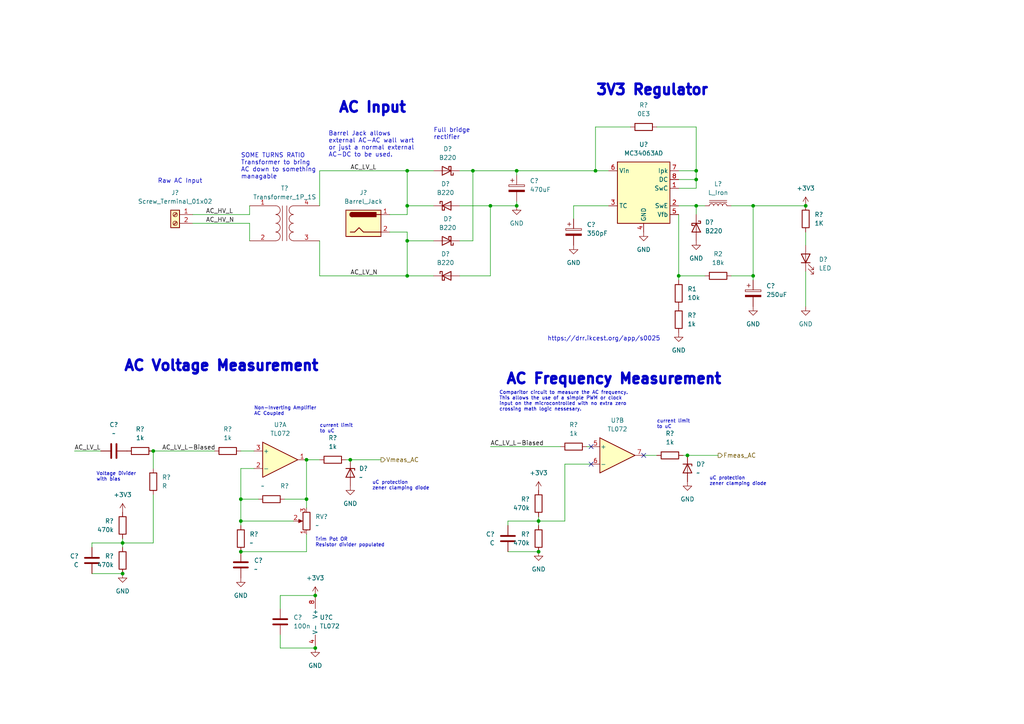
<source format=kicad_sch>
(kicad_sch (version 20211123) (generator eeschema)
  (paper "A4")
  (title_block (title "Awesome Bestest Energy Monitor") (rev "1.0"))
  (lib_symbols
    (symbol "Amplifier_Operational:TL072" (pin_names (offset 0.127))
      (property "Reference" "U" (at 0 5.08 0))
      (property "Value" "TL072" (at 0 -5.08 0))
      (symbol "TL072_1_1"
        (polyline (pts (xy -5.08 5.08) (xy 5.08 0) (xy -5.08 -5.08) (xy -5.08 5.08)) (stroke (width 0.254)) (fill (type background)))
        (pin output line (at 7.62 0 180) (length 2.54) (name "~") (number "1"))
        (pin input line (at -7.62 -2.54 0) (length 2.54) (name "-") (number "2"))
        (pin input line (at -7.62 2.54 0) (length 2.54) (name "+") (number "3"))
      )
      (symbol "TL072_2_1"
        (polyline (pts (xy -5.08 5.08) (xy 5.08 0) (xy -5.08 -5.08) (xy -5.08 5.08)) (stroke (width 0.254)) (fill (type background)))
        (pin input line (at -7.62 2.54 0) (length 2.54) (name "+") (number "5"))
        (pin input line (at -7.62 -2.54 0) (length 2.54) (name "-") (number "6"))
        (pin output line (at 7.62 0 180) (length 2.54) (name "~") (number "7"))
      )
      (symbol "TL072_3_1"
        (pin power_in line (at -2.54 -7.62 90) (length 3.81) (name "V-") (number "4"))
        (pin power_in line (at -2.54 7.62 270) (length 3.81) (name "V+") (number "8"))
      )
    )
    (symbol "Connector:Barrel_Jack" (pin_names (offset 1.016))
      (property "Reference" "J" (at 0 5.334 0))
      (property "Value" "Barrel_Jack" (at 0 -5.08 0))
      (symbol "Barrel_Jack_0_1"
        (rectangle (start -5.08 3.81) (end 5.08 -3.81) (stroke (width 0.254)) (fill (type background)))
        (arc (start -3.302 3.175) (mid -3.937 2.54) (end -3.302 1.905) (stroke (width 0.254)))
        (arc (start -3.302 3.175) (mid -3.937 2.54) (end -3.302 1.905) (stroke (width 0.254)) (fill (type outline)))
        (polyline (pts (xy 5.08 2.54) (xy 3.81 2.54)) (stroke (width 0.254)))
        (polyline (pts (xy -3.81 -2.54) (xy -2.54 -2.54) (xy -1.27 -1.27) (xy 0 -2.54) (xy 2.54 -2.54) (xy 5.08 -2.54)) (stroke (width 0.254)))
        (rectangle (start 3.683 3.175) (end -3.302 1.905) (stroke (width 0.254)) (fill (type outline)))
      )
      (symbol "Barrel_Jack_1_1"
        (pin passive line (at 7.62 2.54 180) (length 2.54) (name "~") (number "1"))
        (pin passive line (at 7.62 -2.54 180) (length 2.54) (name "~") (number "2"))
      )
    )
    (symbol "Connector:Screw_Terminal_01x02" (pin_names (offset 1.016) hide)
      (property "Reference" "J" (at 0 2.54 0))
      (property "Value" "Screw_Terminal_01x02" (at 0 -5.08 0))
      (symbol "Screw_Terminal_01x02_1_1"
        (rectangle (start -1.27 1.27) (end 1.27 -3.81) (stroke (width 0.254)) (fill (type background)))
        (circle (center 0 -2.54) (radius 0.635) (stroke (width 0.1524)))
        (polyline (pts (xy -0.5334 -2.2098) (xy 0.3302 -3.048)) (stroke (width 0.1524)))
        (polyline (pts (xy -0.5334 0.3302) (xy 0.3302 -0.508)) (stroke (width 0.1524)))
        (polyline (pts (xy -0.3556 -2.032) (xy 0.508 -2.8702)) (stroke (width 0.1524)))
        (polyline (pts (xy -0.3556 0.508) (xy 0.508 -0.3302)) (stroke (width 0.1524)))
        (circle (center 0 0) (radius 0.635) (stroke (width 0.1524)))
        (pin passive line (at -5.08 0 0) (length 3.81) (name "Pin_1") (number "1"))
        (pin passive line (at -5.08 -2.54 0) (length 3.81) (name "Pin_2") (number "2"))
      )
    )
    (symbol "Device:C" (pin_numbers hide) (pin_names (offset 0.254))
      (property "Reference" "C" (at 0.635 2.54 0))
      (property "Value" "C" (at 0.635 -2.54 0))
      (symbol "C_0_1"
        (polyline (pts (xy -2.032 -0.762) (xy 2.032 -0.762)) (stroke (width 0.508)))
        (polyline (pts (xy -2.032 0.762) (xy 2.032 0.762)) (stroke (width 0.508)))
      )
      (symbol "C_1_1"
        (pin passive line (at 0 3.81 270) (length 2.794) (name "~") (number "1"))
        (pin passive line (at 0 -3.81 90) (length 2.794) (name "~") (number "2"))
      )
    )
    (symbol "Device:C_Polarized" (pin_numbers hide) (pin_names (offset 0.254))
      (property "Reference" "C" (at 0.635 2.54 0))
      (property "Value" "C_Polarized" (at 0.635 -2.54 0))
      (symbol "C_Polarized_0_1"
        (rectangle (start -2.286 0.508) (end 2.286 1.016))
        (polyline (pts (xy -1.778 2.286) (xy -0.762 2.286)))
        (polyline (pts (xy -1.27 2.794) (xy -1.27 1.778)))
        (rectangle (start 2.286 -0.508) (end -2.286 -1.016) (fill (type outline)))
      )
      (symbol "C_Polarized_1_1"
        (pin passive line (at 0 3.81 270) (length 2.794) (name "~") (number "1"))
        (pin passive line (at 0 -3.81 90) (length 2.794) (name "~") (number "2"))
      )
    )
    (symbol "Device:D_Zener" (pin_numbers hide) (pin_names (offset 1.016) hide)
      (property "Reference" "D" (at 0 2.54 0))
      (property "Value" "D_Zener" (at 0 -2.54 0))
      (symbol "D_Zener_0_1"
        (polyline (pts (xy 1.27 0) (xy -1.27 0)))
        (polyline (pts (xy -1.27 -1.27) (xy -1.27 1.27) (xy -0.762 1.27)) (stroke (width 0.254)))
        (polyline (pts (xy 1.27 -1.27) (xy 1.27 1.27) (xy -1.27 0) (xy 1.27 -1.27)) (stroke (width 0.254)))
      )
      (symbol "D_Zener_1_1"
        (pin passive line (at -3.81 0 0) (length 2.54) (name "K") (number "1"))
        (pin passive line (at 3.81 0 180) (length 2.54) (name "A") (number "2"))
      )
    )
    (symbol "Device:LED" (pin_numbers hide) (pin_names (offset 1.016) hide)
      (property "Reference" "D" (at 0 2.54 0))
      (property "Value" "LED" (at 0 -2.54 0))
      (symbol "LED_0_1"
        (polyline (pts (xy -1.27 -1.27) (xy -1.27 1.27)) (stroke (width 0.254)))
        (polyline (pts (xy -1.27 0) (xy 1.27 0)))
        (polyline (pts (xy 1.27 -1.27) (xy 1.27 1.27) (xy -1.27 0) (xy 1.27 -1.27)) (stroke (width 0.254)))
        (polyline (pts (xy -3.048 -0.762) (xy -4.572 -2.286) (xy -3.81 -2.286) (xy -4.572 -2.286) (xy -4.572 -1.524)))
        (polyline (pts (xy -1.778 -0.762) (xy -3.302 -2.286) (xy -2.54 -2.286) (xy -3.302 -2.286) (xy -3.302 -1.524)))
      )
      (symbol "LED_1_1"
        (pin passive line (at -3.81 0 0) (length 2.54) (name "K") (number "1"))
        (pin passive line (at 3.81 0 180) (length 2.54) (name "A") (number "2"))
      )
    )
    (symbol "Device:L_Iron" (pin_numbers hide) (pin_names (offset 1.016) hide)
      (property "Reference" "L" (at -1.27 0 90))
      (property "Value" "L_Iron" (at 2.794 0 90))
      (symbol "L_Iron_0_1"
        (arc (start 0 -2.54) (mid 0.635 -1.905) (end 0 -1.27))
        (arc (start 0 -1.27) (mid 0.635 -0.635) (end 0 0))
        (polyline (pts (xy 1.016 2.54) (xy 1.016 -2.54)))
        (polyline (pts (xy 1.524 -2.54) (xy 1.524 2.54)))
        (arc (start 0 0) (mid 0.635 0.635) (end 0 1.27))
        (arc (start 0 1.27) (mid 0.635 1.905) (end 0 2.54))
      )
      (symbol "L_Iron_1_1"
        (pin passive line (at 0 3.81 270) (length 1.27) (name "1") (number "1"))
        (pin passive line (at 0 -3.81 90) (length 1.27) (name "2") (number "2"))
      )
    )
    (symbol "Device:R" (pin_numbers hide) (pin_names (offset 0))
      (property "Reference" "R" (at 2.032 0 90))
      (property "Value" "R" (at 0 0 90))
      (symbol "R_0_1"
        (rectangle (start -1.016 -2.54) (end 1.016 2.54) (stroke (width 0.254)))
      )
      (symbol "R_1_1"
        (pin passive line (at 0 3.81 270) (length 1.27) (name "~") (number "1"))
        (pin passive line (at 0 -3.81 90) (length 1.27) (name "~") (number "2"))
      )
    )
    (symbol "Device:R_Potentiometer" (pin_names (offset 1.016) hide)
      (property "Reference" "RV" (at -4.445 0 90))
      (property "Value" "R_Potentiometer" (at -2.54 0 90))
      (symbol "R_Potentiometer_0_1"
        (polyline (pts (xy 2.54 0) (xy 1.524 0)))
        (polyline (pts (xy 1.143 0) (xy 2.286 0.508) (xy 2.286 -0.508) (xy 1.143 0)) (fill (type outline)))
        (rectangle (start 1.016 2.54) (end -1.016 -2.54) (stroke (width 0.254)))
      )
      (symbol "R_Potentiometer_1_1"
        (pin passive line (at 0 3.81 270) (length 1.27) (name "1") (number "1"))
        (pin passive line (at 3.81 0 180) (length 1.27) (name "2") (number "2"))
        (pin passive line (at 0 -3.81 90) (length 1.27) (name "3") (number "3"))
      )
    )
    (symbol "Device:Transformer_1P_1S" (pin_names (offset 1.016) hide)
      (property "Reference" "T" (at 0 6.35 0))
      (property "Value" "Transformer_1P_1S" (at 0 -7.62 0))
      (symbol "Transformer_1P_1S_0_1"
        (arc (start -2.54 -5.0546) (mid -1.6599 -4.6901) (end -1.27 -3.81))
        (arc (start -2.54 -2.5146) (mid -1.6599 -2.1501) (end -1.27 -1.27))
        (arc (start -2.54 0.0254) (mid -1.6599 0.3899) (end -1.27 1.27))
        (arc (start -2.54 2.5654) (mid -1.6599 2.9299) (end -1.27 3.81))
        (arc (start -1.27 -3.81) (mid -1.642 -2.912) (end -2.54 -2.54))
        (arc (start -1.27 -1.27) (mid -1.642 -0.372) (end -2.54 0))
        (arc (start -1.27 1.27) (mid -1.642 2.168) (end -2.54 2.54))
        (arc (start -1.27 3.81) (mid -1.642 4.708) (end -2.54 5.08))
        (polyline (pts (xy -0.635 5.08) (xy -0.635 -5.08)))
        (polyline (pts (xy 0.635 -5.08) (xy 0.635 5.08)))
        (arc (start 1.2954 -1.27) (mid 1.6599 -2.1501) (end 2.54 -2.5146))
        (arc (start 1.2954 1.27) (mid 1.6599 0.3899) (end 2.54 0.0254))
        (arc (start 1.2954 3.81) (mid 1.6599 2.9299) (end 2.54 2.5654))
        (arc (start 1.3208 -3.81) (mid 1.6853 -4.6901) (end 2.5654 -5.0546))
        (arc (start 2.54 0) (mid 1.642 -0.372) (end 1.2954 -1.27))
        (arc (start 2.54 2.54) (mid 1.642 2.168) (end 1.2954 1.27))
        (arc (start 2.54 5.08) (mid 1.642 4.708) (end 1.2954 3.81))
        (arc (start 2.5654 -2.54) (mid 1.6674 -2.912) (end 1.3208 -3.81))
      )
      (symbol "Transformer_1P_1S_1_1"
        (pin passive line (at -10.16 5.08 0) (length 7.62) (name "AA") (number "1"))
        (pin passive line (at -10.16 -5.08 0) (length 7.62) (name "AB") (number "2"))
        (pin passive line (at 10.16 -5.08 180) (length 7.62) (name "SA") (number "3"))
        (pin passive line (at 10.16 5.08 180) (length 7.62) (name "SB") (number "4"))
      )
    )
    (symbol "Diode:B220" (pin_numbers hide) (pin_names (offset 1.016) hide)
      (property "Reference" "D" (at 0 2.54 0))
      (property "Value" "B220" (at 0 -2.54 0))
      (symbol "B220_0_1"
        (polyline (pts (xy 1.27 0) (xy -1.27 0)))
        (polyline (pts (xy 1.27 1.27) (xy 1.27 -1.27) (xy -1.27 0) (xy 1.27 1.27)) (stroke (width 0.254)))
        (polyline (pts (xy -1.905 0.635) (xy -1.905 1.27) (xy -1.27 1.27) (xy -1.27 -1.27) (xy -0.635 -1.27) (xy -0.635 -0.635)) (stroke (width 0.254)))
      )
      (symbol "B220_1_1"
        (pin passive line (at -3.81 0 0) (length 2.54) (name "K") (number "1"))
        (pin passive line (at 3.81 0 180) (length 2.54) (name "A") (number "2"))
      )
    )
    (symbol "Regulator_Switching:MC34063AD"
      (property "Reference" "U" (at -7.62 8.89 0))
      (property "Value" "MC34063AD" (at 0 8.89 0))
      (symbol "MC34063AD_0_1"
        (rectangle (start -7.62 7.62) (end 7.62 -10.16) (stroke (width 0.254)) (fill (type background)))
      )
      (symbol "MC34063AD_1_1"
        (pin open_collector line (at 10.16 0 180) (length 2.54) (name "SwC") (number "1"))
        (pin open_emitter line (at 10.16 -5.08 180) (length 2.54) (name "SwE") (number "2"))
        (pin passive line (at -10.16 -5.08 0) (length 2.54) (name "TC") (number "3"))
        (pin power_in line (at 0 -12.7 90) (length 2.54) (name "GND") (number "4"))
        (pin input line (at 10.16 -7.62 180) (length 2.54) (name "Vfb") (number "5"))
        (pin power_in line (at -10.16 5.08 0) (length 2.54) (name "Vin") (number "6"))
        (pin input line (at 10.16 5.08 180) (length 2.54) (name "Ipk") (number "7"))
        (pin open_collector line (at 10.16 2.54 180) (length 2.54) (name "DC") (number "8"))
      )
    )
    (symbol "power:+3V3" (power) (pin_names (offset 0))
      (property "Value" "+3V3" (at 0 3.556 0))
      (symbol "+3V3_0_1"
        (polyline (pts (xy -0.762 1.27) (xy 0 2.54)))
        (polyline (pts (xy 0 0) (xy 0 2.54)))
        (polyline (pts (xy 0 2.54) (xy 0.762 1.27)))
      )
      (symbol "+3V3_1_1"
        (pin power_in line (at 0 0 90) (length 0) hide (name "+3V3") (number "1"))
      )
    )
    (symbol "power:GND" (power) (pin_names (offset 0))
      (property "Value" "GND" (at 0 -3.81 0))
      (symbol "GND_0_1"
        (polyline (pts (xy 0 0) (xy 0 -1.27) (xy 1.27 -1.27) (xy 0 -2.54) (xy -1.27 -1.27) (xy 0 -1.27)))
      )
      (symbol "GND_1_1"
        (pin power_in line (at 0 0 270) (length 0) hide (name "GND") (number "1"))
      )
    )
  )
  (junction (at 149.86 59.69))
  (junction (at 91.44 187.96))
  (junction (at 118.11 69.85))
  (junction (at 69.85 151.13))
  (junction (at 142.24 59.69))
  (junction (at 69.85 160.02))
  (junction (at 149.86 49.53))
  (junction (at 88.9 144.78))
  (junction (at 44.45 130.81))
  (junction (at 201.93 52.07))
  (junction (at 118.11 59.69))
  (junction (at 201.93 59.69))
  (junction (at 137.16 49.53))
  (junction (at 118.11 80.01))
  (junction (at 156.21 160.02))
  (junction (at 69.85 144.78))
  (junction (at 91.44 172.72))
  (junction (at 172.72 49.53))
  (junction (at 118.11 49.53))
  (junction (at 101.6 133.35))
  (junction (at 35.56 157.48))
  (junction (at 218.44 80.01))
  (junction (at 233.68 59.69))
  (junction (at 88.9 133.35))
  (junction (at 156.21 151.13))
  (junction (at 218.44 59.69))
  (junction (at 199.39 132.08))
  (junction (at 196.85 80.01))
  (junction (at 35.56 166.37))
  (junction (at 201.93 49.53))
  (no_connect (at 186.69 132.08))
  (no_connect (at 171.45 134.62))
  (no_connect (at 171.45 129.54))
  (wire (pts (xy 69.85 151.13) (xy 69.85 152.4)))
  (wire (pts (xy 172.72 49.53) (xy 176.53 49.53)))
  (wire (pts (xy 163.83 134.62) (xy 163.83 151.13)))
  (wire (pts (xy 26.67 157.48) (xy 26.67 158.75)))
  (wire (pts (xy 201.93 62.23) (xy 201.93 59.69)))
  (wire (pts (xy 118.11 59.69) (xy 118.11 49.53)))
  (wire (pts (xy 133.35 69.85) (xy 137.16 69.85)))
  (wire (pts (xy 21.59 130.81) (xy 29.21 130.81)))
  (wire (pts (xy 118.11 59.69) (xy 125.73 59.69)))
  (wire (pts (xy 156.21 151.13) (xy 156.21 152.4)))
  (wire (pts (xy 233.68 67.31) (xy 233.68 71.12)))
  (wire (pts (xy 118.11 80.01) (xy 118.11 69.85)))
  (wire (pts (xy 196.85 52.07) (xy 201.93 52.07)))
  (wire (pts (xy 212.09 80.01) (xy 218.44 80.01)))
  (wire (pts (xy 171.45 134.62) (xy 163.83 134.62)))
  (wire (pts (xy 100.33 133.35) (xy 101.6 133.35)))
  (wire (pts (xy 88.9 133.35) (xy 92.71 133.35)))
  (wire (pts (xy 137.16 49.53) (xy 133.35 49.53)))
  (wire (pts (xy 118.11 67.31) (xy 118.11 69.85)))
  (wire (pts (xy 137.16 69.85) (xy 137.16 49.53)))
  (wire (pts (xy 88.9 144.78) (xy 88.9 133.35)))
  (wire (pts (xy 118.11 80.01) (xy 92.71 80.01)))
  (wire (pts (xy 166.37 63.5) (xy 166.37 59.69)))
  (wire (pts (xy 156.21 160.02) (xy 147.32 160.02)))
  (wire (pts (xy 142.24 59.69) (xy 149.86 59.69)))
  (wire (pts (xy 156.21 151.13) (xy 147.32 151.13)))
  (wire (pts (xy 201.93 36.83) (xy 190.5 36.83)))
  (wire (pts (xy 69.85 151.13) (xy 85.09 151.13)))
  (wire (pts (xy 233.68 78.74) (xy 233.68 88.9)))
  (wire (pts (xy 81.28 187.96) (xy 91.44 187.96)))
  (wire (pts (xy 69.85 160.02) (xy 88.9 160.02)))
  (wire (pts (xy 196.85 59.69) (xy 201.93 59.69)))
  (wire (pts (xy 196.85 54.61) (xy 201.93 54.61)))
  (wire (pts (xy 201.93 54.61) (xy 201.93 52.07)))
  (wire (pts (xy 142.24 129.54) (xy 162.56 129.54)))
  (wire (pts (xy 218.44 80.01) (xy 218.44 81.28)))
  (wire (pts (xy 196.85 62.23) (xy 196.85 80.01)))
  (wire (pts (xy 149.86 49.53) (xy 149.86 50.8)))
  (wire (pts (xy 218.44 59.69) (xy 233.68 59.69)))
  (wire (pts (xy 149.86 58.42) (xy 149.86 59.69)))
  (wire (pts (xy 82.55 144.78) (xy 88.9 144.78)))
  (wire (pts (xy 92.71 59.69) (xy 92.71 49.53)))
  (wire (pts (xy 163.83 151.13) (xy 156.21 151.13)))
  (wire (pts (xy 35.56 157.48) (xy 26.67 157.48)))
  (wire (pts (xy 69.85 144.78) (xy 74.93 144.78)))
  (wire (pts (xy 88.9 154.94) (xy 88.9 160.02)))
  (wire (pts (xy 156.21 149.86) (xy 156.21 151.13)))
  (wire (pts (xy 101.6 133.35) (xy 110.49 133.35)))
  (wire (pts (xy 44.45 130.81) (xy 44.45 135.89)))
  (wire (pts (xy 199.39 132.08) (xy 208.28 132.08)))
  (wire (pts (xy 72.39 62.23) (xy 72.39 59.69)))
  (wire (pts (xy 142.24 80.01) (xy 133.35 80.01)))
  (wire (pts (xy 72.39 64.77) (xy 72.39 69.85)))
  (wire (pts (xy 147.32 151.13) (xy 147.32 152.4)))
  (wire (pts (xy 118.11 49.53) (xy 125.73 49.53)))
  (wire (pts (xy 35.56 166.37) (xy 26.67 166.37)))
  (wire (pts (xy 81.28 172.72) (xy 91.44 172.72)))
  (wire (pts (xy 44.45 130.81) (xy 62.23 130.81)))
  (wire (pts (xy 196.85 80.01) (xy 196.85 81.28)))
  (wire (pts (xy 92.71 80.01) (xy 92.71 69.85)))
  (wire (pts (xy 35.56 156.21) (xy 35.56 157.48)))
  (wire (pts (xy 149.86 49.53) (xy 172.72 49.53)))
  (wire (pts (xy 113.03 62.23) (xy 118.11 62.23)))
  (wire (pts (xy 172.72 36.83) (xy 172.72 49.53)))
  (wire (pts (xy 81.28 184.15) (xy 81.28 187.96)))
  (wire (pts (xy 125.73 80.01) (xy 118.11 80.01)))
  (wire (pts (xy 212.09 59.69) (xy 218.44 59.69)))
  (wire (pts (xy 69.85 135.89) (xy 73.66 135.89)))
  (wire (pts (xy 55.88 64.77) (xy 72.39 64.77)))
  (wire (pts (xy 182.88 36.83) (xy 172.72 36.83)))
  (wire (pts (xy 201.93 49.53) (xy 201.93 36.83)))
  (wire (pts (xy 69.85 130.81) (xy 73.66 130.81)))
  (wire (pts (xy 137.16 49.53) (xy 149.86 49.53)))
  (wire (pts (xy 81.28 176.53) (xy 81.28 172.72)))
  (wire (pts (xy 196.85 80.01) (xy 204.47 80.01)))
  (wire (pts (xy 113.03 67.31) (xy 118.11 67.31)))
  (wire (pts (xy 198.12 132.08) (xy 199.39 132.08)))
  (wire (pts (xy 69.85 144.78) (xy 69.85 135.89)))
  (wire (pts (xy 69.85 144.78) (xy 69.85 151.13)))
  (wire (pts (xy 118.11 62.23) (xy 118.11 59.69)))
  (wire (pts (xy 133.35 59.69) (xy 142.24 59.69)))
  (wire (pts (xy 92.71 49.53) (xy 118.11 49.53)))
  (wire (pts (xy 35.56 157.48) (xy 35.56 158.75)))
  (wire (pts (xy 142.24 59.69) (xy 142.24 80.01)))
  (wire (pts (xy 44.45 143.51) (xy 44.45 157.48)))
  (wire (pts (xy 170.18 129.54) (xy 171.45 129.54)))
  (wire (pts (xy 218.44 59.69) (xy 218.44 80.01)))
  (wire (pts (xy 118.11 69.85) (xy 125.73 69.85)))
  (wire (pts (xy 55.88 62.23) (xy 72.39 62.23)))
  (wire (pts (xy 35.56 157.48) (xy 44.45 157.48)))
  (wire (pts (xy 88.9 147.32) (xy 88.9 144.78)))
  (wire (pts (xy 166.37 59.69) (xy 176.53 59.69)))
  (wire (pts (xy 201.93 59.69) (xy 204.47 59.69)))
  (wire (pts (xy 186.69 132.08) (xy 190.5 132.08)))
  (wire (pts (xy 196.85 49.53) (xy 201.93 49.53)))
  (wire (pts (xy 201.93 49.53) (xy 201.93 52.07)))
  (text "uC protection\nzener clamping diode" (at 205.74 140.97 0) (effects (font (size 1 1)) (justify left bottom)))
  (text "uC protection\nzener clamping diode" (at 107.95 142.24 0) (effects (font (size 1 1)) (justify left bottom)))
  (text "Full bridge \nrectifier" (at 125.73 40.64 0) (effects (font (size 1.27 1.27)) (justify left bottom)))
  (text "Comparitor circuit to measure the AC frequency.\nThis allows the use of a simple PWM or clock \ninput on the microcontrolled with no extra zero \ncrossing math logic nessesary." (at 144.78 119.38 0) (effects (font (size 1 1)) (justify left bottom)))
  (text "Raw AC Input" (at 45.72 53.34 0) (effects (font (size 1.27 1.27)) (justify left bottom)))
  (text "current limit\nto uC" (at 92.71 125.73 0) (effects (font (size 1 1)) (justify left bottom)))
  (text "Trim Pot OR \nResistor divider populated" (at 91.44 158.75 0) (effects (font (size 1 1)) (justify left bottom)))
  (text "Non-Inverting Amplifier\nAC Coupled" (at 73.66 120.65 0) (effects (font (size 1 1)) (justify left bottom)))
  (text "Barrel Jack allows\nexternal AC-AC wall wart\nor just a normal external\nAC-DC to be used." (at 95.25 45.72 0) (effects (font (size 1.27 1.27)) (justify left bottom)))
  (text "Voltage Divider\nwith bias" (at 27.94 139.7 0) (effects (font (size 1 1)) (justify left bottom)))
  (text "SOME TURNS RATIO \nTransformer to bring \nAC down to something \nmanagable" (at 69.85 52.07 0) (effects (font (size 1.27 1.27)) (justify left bottom)))
  (text "AC Frequency Measurement" (at 209.55 111.76 180) (effects (font (size 3 3) (thickness 1) bold) (justify right bottom)))
  (text "current limit\nto uC" (at 190.5 124.46 0) (effects (font (size 1 1)) (justify left bottom)))
  (text "AC Voltage Measurement" (at 92.71 107.95 180) (effects (font (size 3 3) (thickness 1) bold) (justify right bottom)))
  (text "AC Input" (at 118.11 33.02 180) (effects (font (size 3 3) (thickness 1) bold) (justify right bottom)))
  (text "https://drr.ikcest.org/app/s0025" (at 158.75 99.06 0) (effects (font (size 1.27 1.27)) (justify left bottom)))
  (text "3V3 Regulator" (at 205.74 27.94 180) (effects (font (size 3 3) (thickness 1) bold) (justify right bottom)))
  (label "AC_LV_L-Biased" (at 46.99 130.81 0))
  (label "AC_LV_N" (at 101.6 80.01 0))
  (label "AC_LV_L-Biased" (at 142.24 129.54 0))
  (label "AC_LV_L" (at 101.6 49.53 0))
  (label "AC_HV_N" (at 59.69 64.77 0))
  (label "AC_LV_L" (at 21.59 130.81 0))
  (label "AC_HV_L" (at 59.69 62.23 0))
  (hierarchical_label "Fmeas_AC" (shape output) (at 208.28 132.08 0))
  (hierarchical_label "Vmeas_AC" (shape output) (at 110.49 133.35 0))
  (symbol (lib_id "Amplifier_Operational:TL072") (at 93.98 180.34 0) (unit 3)
    (property "Reference" "U?" (at 92.71 179.0699 0) (effects (justify left)))
    (property "Value" "TL072" (at 92.71 181.6099 0) (effects (justify left)))
    (property "Datasheet" "http://www.ti.com/lit/ds/symlink/tl071.pdf" (effects hide))
  )
  (symbol (lib_id "Device:D_Zener") (at 101.6 137.16 270) (unit 1)
    (property "Reference" "D?" (at 104.14 135.8899 90) (effects (justify left)))
    (property "Value" "~" (at 104.14 138.4299 90) (effects (justify left)))
  )
  (symbol (lib_id "power:GND") (at 186.69 67.31 0) (unit 1)
    (property "Reference" "#PWR?" (effects hide))
    (property "Value" "GND" (at 186.69 72.39 0))
  )
  (symbol (lib_id "Device:R") (at 156.21 156.21 0) (mirror y) (unit 1)
    (property "Reference" "R?" (at 153.67 154.9399 0) (effects (justify left)))
    (property "Value" "470k" (at 153.67 157.4799 0) (effects (justify left)))
    (property "Footprint" "Resistor_SMD:R_0603_1608Metric_Pad0.98x0.95mm_HandSolder" (effects hide))
  )
  (symbol (lib_id "Device:R") (at 233.68 63.5 0) (unit 1)
    (property "Reference" "R?" (at 236.22 62.2299 0) (effects (justify left)))
    (property "Value" "1K" (at 236.22 64.7699 0) (effects (justify left)))
    (property "Footprint" "Resistor_SMD:R_0603_1608Metric_Pad0.98x0.95mm_HandSolder" (effects hide))
  )
  (symbol (lib_id "Device:R") (at 166.37 129.54 90) (unit 1)
    (property "Reference" "R?" (at 166.37 123.19 90))
    (property "Value" "1k" (at 166.37 125.73 90))
    (property "Footprint" "Resistor_SMD:R_0603_1608Metric_Pad0.98x0.95mm_HandSolder" (effects hide))
  )
  (symbol (lib_id "power:GND") (at 35.56 166.37 0) (mirror y) (unit 1)
    (property "Reference" "#PWR?" (effects hide))
    (property "Value" "GND" (at 35.56 171.45 0))
  )
  (symbol (lib_id "Device:C") (at 33.02 130.81 90) (unit 1)
    (property "Reference" "C?" (at 33.02 123.19 90))
    (property "Value" "~" (at 33.02 125.73 90))
    (property "Footprint" "Capacitor_SMD:C_0603_1608Metric_Pad1.08x0.95mm_HandSolder" (effects hide))
  )
  (symbol (lib_id "power:+3V3") (at 91.44 172.72 0) (unit 1)
    (property "Reference" "#PWR?" (effects hide))
    (property "Value" "+3V3" (at 91.44 167.64 0))
  )
  (symbol (lib_id "Diode:B220") (at 129.54 80.01 0) (unit 1)
    (property "Reference" "D?" (at 129.2225 73.66 0))
    (property "Value" "B220" (at 129.2225 76.2 0))
    (property "Footprint" "Diode_SMD:D_SMB" (effects hide))
    (property "Datasheet" "http://www.jameco.com/Jameco/Products/ProdDS/1538777.pdf" (effects hide))
  )
  (symbol (lib_id "power:GND") (at 166.37 71.12 0) (unit 1)
    (property "Reference" "#PWR?" (effects hide))
    (property "Value" "GND" (at 166.37 76.2 0))
  )
  (symbol (lib_id "Device:Transformer_1P_1S") (at 82.55 64.77 0) (unit 1)
    (property "Reference" "T?" (at 82.5627 54.61 0))
    (property "Value" "Transformer_1P_1S" (at 82.5627 57.15 0))
  )
  (symbol (lib_id "Amplifier_Operational:TL072") (at 179.07 132.08 0) (unit 2)
    (property "Reference" "U?" (at 179.07 121.92 0))
    (property "Value" "TL072" (at 179.07 124.46 0))
    (property "Datasheet" "http://www.ti.com/lit/ds/symlink/tl071.pdf" (effects hide))
  )
  (symbol (lib_id "power:GND") (at 201.93 69.85 0) (unit 1)
    (property "Reference" "#PWR?" (effects hide))
    (property "Value" "GND" (at 201.93 74.93 0))
  )
  (symbol (lib_id "Device:D_Zener") (at 199.39 135.89 270) (unit 1)
    (property "Reference" "D?" (at 201.93 134.6199 90) (effects (justify left)))
    (property "Value" "~" (at 201.93 137.1599 90) (effects (justify left)))
  )
  (symbol (lib_id "Diode:B220") (at 129.54 59.69 0) (unit 1)
    (property "Reference" "D?" (at 129.2225 53.34 0))
    (property "Value" "B220" (at 129.2225 55.88 0))
    (property "Footprint" "Diode_SMD:D_SMB" (effects hide))
    (property "Datasheet" "http://www.jameco.com/Jameco/Products/ProdDS/1538777.pdf" (effects hide))
  )
  (symbol (lib_id "power:GND") (at 91.44 187.96 0) (unit 1)
    (property "Reference" "#PWR?" (effects hide))
    (property "Value" "GND" (at 91.44 193.04 0))
  )
  (symbol (lib_id "Connector:Screw_Terminal_01x02") (at 50.8 62.23 0) (mirror y) (unit 1)
    (property "Reference" "J?" (at 50.8 55.88 0))
    (property "Value" "Screw_Terminal_01x02" (at 50.8 58.42 0))
    (property "Footprint" "Connector_BarrelJack:BarrelJack_SwitchcraftConxall_RAPC10U_Horizontal" (effects hide))
  )
  (symbol (lib_id "power:GND") (at 196.85 96.52 0) (unit 1)
    (property "Reference" "#PWR?" (effects hide))
    (property "Value" "GND" (at 196.85 101.6 0))
  )
  (symbol (lib_id "Amplifier_Operational:TL072") (at 81.28 133.35 0) (unit 1)
    (property "Reference" "U?" (at 81.28 123.19 0))
    (property "Value" "TL072" (at 81.28 125.73 0))
    (property "Datasheet" "http://www.ti.com/lit/ds/symlink/tl071.pdf" (effects hide))
  )
  (symbol (lib_id "Device:R") (at 66.04 130.81 90) (unit 1)
    (property "Reference" "R?" (at 66.04 124.46 90))
    (property "Value" "1k" (at 66.04 127 90))
    (property "Footprint" "Resistor_SMD:R_0603_1608Metric_Pad0.98x0.95mm_HandSolder" (effects hide))
  )
  (symbol (lib_id "Device:C_Polarized") (at 218.44 85.09 0) (unit 1)
    (property "Reference" "C?" (at 222.25 82.9309 0) (effects (justify left)))
    (property "Value" "250uF" (at 222.25 85.4709 0) (effects (justify left)))
  )
  (symbol (lib_id "Device:LED") (at 233.68 74.93 90) (unit 1)
    (property "Reference" "D?" (at 237.49 75.2474 90) (effects (justify right)))
    (property "Value" "LED" (at 237.49 77.7874 90) (effects (justify right)))
    (property "Footprint" "LED_SMD:LED_0603_1608Metric_Pad1.05x0.95mm_HandSolder" (effects hide))
  )
  (symbol (lib_id "power:+3V3") (at 35.56 148.59 0) (mirror y) (unit 1)
    (property "Reference" "#PWR?" (effects hide))
    (property "Value" "+3V3" (at 35.56 143.51 0))
  )
  (symbol (lib_id "Device:R") (at 35.56 162.56 0) (mirror y) (unit 1)
    (property "Reference" "R?" (at 33.02 161.2899 0) (effects (justify left)))
    (property "Value" "470k" (at 33.02 163.8299 0) (effects (justify left)))
    (property "Footprint" "Resistor_SMD:R_0603_1608Metric_Pad0.98x0.95mm_HandSolder" (effects hide))
  )
  (symbol (lib_id "Connector:Barrel_Jack") (at 105.41 64.77 0) (unit 1)
    (property "Reference" "J?" (at 105.41 55.88 0))
    (property "Value" "Barrel_Jack" (at 105.41 58.42 0))
    (property "Footprint" "Connector_BarrelJack:BarrelJack_Wuerth_6941xx301002" (effects hide))
  )
  (symbol (lib_id "Device:R") (at 69.85 156.21 0) (unit 1)
    (property "Reference" "R?" (at 72.39 154.9399 0) (effects (justify left)))
    (property "Value" "~" (at 72.39 157.4799 0) (effects (justify left)))
    (property "Footprint" "Resistor_SMD:R_0603_1608Metric_Pad0.98x0.95mm_HandSolder" (effects hide))
  )
  (symbol (lib_id "Device:R") (at 78.74 144.78 90) (unit 1)
    (property "Reference" "R?" (at 82.55 140.97 90))
    (property "Value" "~" (at 76.2 140.97 90))
    (property "Footprint" "Resistor_SMD:R_0603_1608Metric_Pad0.98x0.95mm_HandSolder" (effects hide))
  )
  (symbol (lib_id "power:+3V3") (at 233.68 59.69 0) (unit 1)
    (property "Reference" "#PWR?" (effects hide))
    (property "Value" "+3V3" (at 233.68 54.61 0))
  )
  (symbol (lib_id "Device:R") (at 96.52 133.35 90) (unit 1)
    (property "Reference" "R?" (at 96.52 127 90))
    (property "Value" "1k" (at 96.52 129.54 90))
    (property "Footprint" "Resistor_SMD:R_0603_1608Metric_Pad0.98x0.95mm_HandSolder" (effects hide))
  )
  (symbol (lib_id "power:GND") (at 233.68 88.9 0) (unit 1)
    (property "Reference" "#PWR?" (effects hide))
    (property "Value" "GND" (at 233.68 93.98 0))
  )
  (symbol (lib_id "Device:R") (at 156.21 146.05 0) (mirror y) (unit 1)
    (property "Reference" "R?" (at 153.67 144.7799 0) (effects (justify left)))
    (property "Value" "470k" (at 153.67 147.3199 0) (effects (justify left)))
    (property "Footprint" "Resistor_SMD:R_0603_1608Metric_Pad0.98x0.95mm_HandSolder" (effects hide))
  )
  (symbol (lib_id "Diode:B220") (at 129.54 69.85 180) (unit 1)
    (property "Reference" "D?" (at 129.8575 63.5 0))
    (property "Value" "B220" (at 129.8575 66.04 0))
    (property "Footprint" "Diode_SMD:D_SMB" (effects hide))
    (property "Datasheet" "http://www.jameco.com/Jameco/Products/ProdDS/1538777.pdf" (effects hide))
  )
  (symbol (lib_id "Device:R") (at 44.45 139.7 0) (unit 1)
    (property "Reference" "R?" (at 46.99 138.4299 0) (effects (justify left)))
    (property "Value" "R" (at 46.99 140.9699 0) (effects (justify left)))
    (property "Footprint" "Resistor_SMD:R_0603_1608Metric_Pad0.98x0.95mm_HandSolder" (effects hide))
  )
  (symbol (lib_id "power:GND") (at 149.86 59.69 0) (unit 1)
    (property "Reference" "#PWR?" (effects hide))
    (property "Value" "GND" (at 149.86 64.77 0))
  )
  (symbol (lib_id "Device:R") (at 196.85 92.71 0) (unit 1)
    (property "Reference" "R?" (at 199.39 91.4399 0) (effects (justify left)))
    (property "Value" "1k" (at 199.39 93.9799 0) (effects (justify left)))
    (property "Footprint" "Resistor_SMD:R_0201_0603Metric_Pad0.64x0.40mm_HandSolder" (effects hide))
  )
  (symbol (lib_id "power:GND") (at 69.85 167.64 0) (unit 1)
    (property "Reference" "#PWR?" (effects hide))
    (property "Value" "GND" (at 69.85 172.72 0))
  )
  (symbol (lib_id "power:GND") (at 199.39 139.7 0) (unit 1)
    (property "Reference" "#PWR?" (effects hide))
    (property "Value" "GND" (at 199.39 144.78 0))
  )
  (symbol (lib_id "Device:C") (at 81.28 180.34 0) (unit 1)
    (property "Reference" "C?" (at 85.09 179.0699 0) (effects (justify left)))
    (property "Value" "100n" (at 85.09 181.6099 0) (effects (justify left)))
    (property "Footprint" "Capacitor_SMD:C_0603_1608Metric_Pad1.08x0.95mm_HandSolder" (effects hide))
  )
  (symbol (lib_id "Device:R") (at 186.69 36.83 270) (unit 1)
    (property "Reference" "R?" (at 186.69 30.48 90))
    (property "Value" "0E3" (at 186.69 33.02 90))
    (property "Footprint" "Resistor_SMD:R_0201_0603Metric_Pad0.64x0.40mm_HandSolder" (effects hide))
  )
  (symbol (lib_id "Device:C") (at 26.67 162.56 0) (mirror y) (unit 1)
    (property "Reference" "C?" (at 22.86 161.2899 0) (effects (justify left)))
    (property "Value" "C" (at 22.86 163.8299 0) (effects (justify left)))
    (property "Footprint" "Capacitor_SMD:C_0603_1608Metric_Pad1.08x0.95mm_HandSolder" (effects hide))
  )
  (symbol (lib_id "power:GND") (at 156.21 160.02 0) (mirror y) (unit 1)
    (property "Reference" "#PWR?" (effects hide))
    (property "Value" "GND" (at 156.21 165.1 0))
  )
  (symbol (lib_id "Diode:B220") (at 129.54 49.53 180) (unit 1)
    (property "Reference" "D?" (at 129.8575 43.18 0))
    (property "Value" "B220" (at 129.8575 45.72 0))
    (property "Footprint" "Diode_SMD:D_SMB" (effects hide))
    (property "Datasheet" "http://www.jameco.com/Jameco/Products/ProdDS/1538777.pdf" (effects hide))
  )
  (symbol (lib_id "power:GND") (at 218.44 88.9 0) (unit 1)
    (property "Reference" "#PWR?" (effects hide))
    (property "Value" "GND" (at 218.44 93.98 0))
  )
  (symbol (lib_id "Device:C_Polarized") (at 166.37 67.31 0) (unit 1)
    (property "Reference" "C?" (at 170.18 65.1509 0) (effects (justify left)))
    (property "Value" "350pF" (at 170.18 67.6909 0) (effects (justify left)))
  )
  (symbol (lib_id "Device:R") (at 194.31 132.08 90) (unit 1)
    (property "Reference" "R?" (at 194.31 125.73 90))
    (property "Value" "1k" (at 194.31 128.27 90))
    (property "Footprint" "Resistor_SMD:R_0603_1608Metric_Pad0.98x0.95mm_HandSolder" (effects hide))
  )
  (symbol (lib_id "Device:R") (at 40.64 130.81 90) (unit 1)
    (property "Reference" "R?" (at 40.64 124.46 90))
    (property "Value" "1k" (at 40.64 127 90))
    (property "Footprint" "Resistor_SMD:R_0603_1608Metric_Pad0.98x0.95mm_HandSolder" (effects hide))
  )
  (symbol (lib_id "Device:R_Potentiometer") (at 88.9 151.13 180) (unit 1)
    (property "Reference" "RV?" (at 91.44 149.8599 0) (effects (justify right)))
    (property "Value" "~" (at 91.44 152.3999 0) (effects (justify right)))
  )
  (symbol (lib_id "Regulator_Switching:MC34063AD") (at 186.69 54.61 0) (unit 1)
    (property "Reference" "U?" (at 186.69 41.91 0))
    (property "Value" "MC34063AD" (at 186.69 44.45 0))
    (property "Footprint" "Package_SO:SOIC-8_3.9x4.9mm_P1.27mm" (effects hide))
    (property "Datasheet" "http://www.onsemi.com/pub_link/Collateral/MC34063A-D.PDF" (effects hide))
  )
  (symbol (lib_id "power:GND") (at 101.6 140.97 0) (unit 1)
    (property "Reference" "#PWR?" (effects hide))
    (property "Value" "GND" (at 101.6 146.05 0))
  )
  (symbol (lib_id "Device:L_Iron") (at 208.28 59.69 90) (unit 1)
    (property "Reference" "L?" (at 208.28 53.34 90))
    (property "Value" "L_Iron" (at 208.28 55.88 90))
  )
  (symbol (lib_id "Device:R") (at 35.56 152.4 0) (mirror y) (unit 1)
    (property "Reference" "R?" (at 33.02 151.1299 0) (effects (justify left)))
    (property "Value" "470k" (at 33.02 153.6699 0) (effects (justify left)))
    (property "Footprint" "Resistor_SMD:R_0603_1608Metric_Pad0.98x0.95mm_HandSolder" (effects hide))
  )
  (symbol (lib_id "Device:C") (at 147.32 156.21 0) (mirror y) (unit 1)
    (property "Reference" "C?" (at 143.51 154.9399 0) (effects (justify left)))
    (property "Value" "C" (at 143.51 157.4799 0) (effects (justify left)))
    (property "Footprint" "Capacitor_SMD:C_0603_1608Metric_Pad1.08x0.95mm_HandSolder" (effects hide))
  )
  (symbol (lib_id "Device:R") (at 208.28 80.01 270) (unit 1)
    (property "Reference" "R2" (at 208.28 73.66 90))
    (property "Value" "18k" (at 208.28 76.2 90))
  )
  (symbol (lib_id "Device:C") (at 69.85 163.83 180) (unit 1)
    (property "Reference" "C?" (at 73.66 162.5599 0) (effects (justify right)))
    (property "Value" "~" (at 73.66 165.0999 0) (effects (justify right)))
    (property "Footprint" "Capacitor_SMD:C_0603_1608Metric_Pad1.08x0.95mm_HandSolder" (effects hide))
  )
  (symbol (lib_id "Device:C_Polarized") (at 149.86 54.61 0) (unit 1)
    (property "Reference" "C?" (at 153.67 52.4509 0) (effects (justify left)))
    (property "Value" "470uF" (at 153.67 54.9909 0) (effects (justify left)))
  )
  (symbol (lib_id "power:+3V3") (at 156.21 142.24 0) (mirror y) (unit 1)
    (property "Reference" "#PWR?" (effects hide))
    (property "Value" "+3V3" (at 156.21 137.16 0))
  )
  (symbol (lib_id "Diode:B220") (at 201.93 66.04 270) (unit 1)
    (property "Reference" "D?" (at 204.47 64.4524 90) (effects (justify left)))
    (property "Value" "B220" (at 204.47 66.9924 90) (effects (justify left)))
    (property "Footprint" "Diode_SMD:D_SMB" (effects hide))
    (property "Datasheet" "http://www.jameco.com/Jameco/Products/ProdDS/1538777.pdf" (effects hide))
  )
  (symbol (lib_id "Device:R") (at 196.85 85.09 0) (unit 1)
    (property "Reference" "R1" (at 199.39 83.8199 0) (effects (justify left)))
    (property "Value" "10k" (at 199.39 86.3599 0) (effects (justify left)))
    (property "Footprint" "Resistor_SMD:R_0201_0603Metric_Pad0.64x0.40mm_HandSolder" (effects hide))
  )
)
</source>
